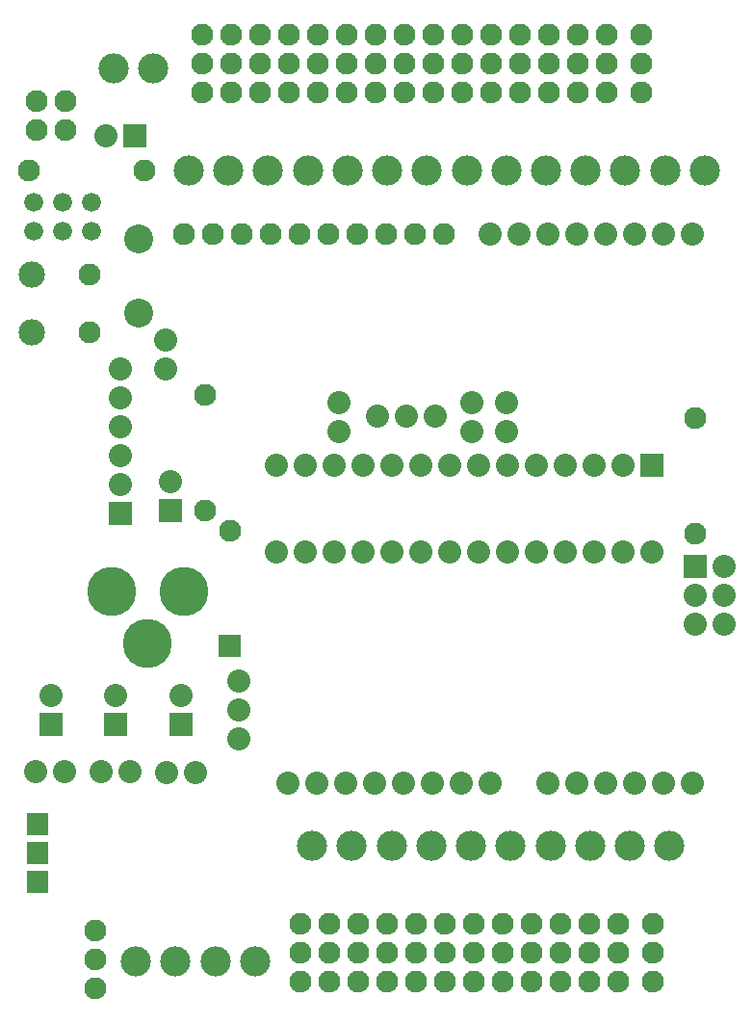
<source format=gbr>
G04 start of page 7 for group -4062 idx -4062 *
G04 Title: (unknown), soldermask *
G04 Creator: pcb 20110918 *
G04 CreationDate: Mon Jul 30 19:20:07 2012 UTC *
G04 For: frankenteddy *
G04 Format: Gerber/RS-274X *
G04 PCB-Dimensions: 259500 348500 *
G04 PCB-Coordinate-Origin: lower left *
%MOIN*%
%FSLAX25Y25*%
%LNBOTTOMMASK*%
%ADD67C,0.1700*%
%ADD66C,0.0001*%
%ADD65C,0.0660*%
%ADD64C,0.0910*%
%ADD63C,0.1044*%
%ADD62C,0.1000*%
%ADD61C,0.0800*%
%ADD60C,0.0760*%
G54D60*X154500Y269000D03*
X144500D03*
X134500D03*
G54D61*X58388Y232388D03*
Y222388D03*
G54D60*X71986Y213486D03*
G54D62*X49000Y241900D03*
G54D61*X176388Y210888D03*
Y200888D03*
X164388Y210888D03*
Y200888D03*
X118388Y210888D03*
Y200888D03*
X151500Y206000D03*
X131500D03*
X141500D03*
G54D60*X124500Y269000D03*
X114500D03*
X104500D03*
X94500D03*
X84500D03*
G54D63*X80000Y291000D03*
X66220D03*
G54D60*X51000D03*
X74500Y269000D03*
X64500D03*
G54D62*X49000Y267500D03*
G54D63*X107500Y291000D03*
X93720D03*
X135000D03*
X121220D03*
X148720D03*
X162500D03*
G54D64*X12000Y255000D03*
G54D60*X32000D03*
G54D65*X22500Y270000D03*
X32500D03*
X12500D03*
X32500Y280000D03*
G54D63*X40220Y326500D03*
G54D61*X37500Y303000D03*
G54D65*X22500Y280000D03*
X12500D03*
G54D60*X23500Y305000D03*
G54D66*G36*
X43500Y307000D02*Y299000D01*
X51500D01*
Y307000D01*
X43500D01*
G37*
G54D60*X23500Y315000D03*
X13500D03*
Y305000D03*
X11000Y291000D03*
G54D61*X170500Y79000D03*
X160500D03*
X150500D03*
X140500D03*
X130500D03*
X120500D03*
X110500D03*
G54D63*X164000Y57500D03*
X177780D03*
X136500D03*
X109000D03*
X122780D03*
X150280D03*
G54D61*X190500Y79000D03*
X200500D03*
G54D63*X191500Y57500D03*
G54D61*X230500Y79000D03*
G54D60*X227000Y30500D03*
Y20500D03*
Y10500D03*
G54D61*X240500Y79000D03*
X210500D03*
X220500D03*
G54D63*X205280Y57500D03*
X219000D03*
X232780D03*
G54D60*X215000Y10500D03*
X205000D03*
X195000D03*
X185000D03*
X175000D03*
X165000D03*
X155000D03*
X145000D03*
X135000D03*
X125000D03*
X115000D03*
X215000Y20500D03*
X205000D03*
X195000D03*
X185000D03*
X175000D03*
X165000D03*
X155000D03*
X145000D03*
X135000D03*
X125000D03*
X115000D03*
X215000Y30500D03*
X205000D03*
X195000D03*
X185000D03*
X175000D03*
X165000D03*
X155000D03*
X145000D03*
X135000D03*
X125000D03*
X115000D03*
G54D61*X100500Y79000D03*
X58612Y82888D03*
X68612D03*
X45888Y83112D03*
X35888D03*
X23388D03*
X13388D03*
G54D66*G36*
X10200Y68800D02*Y61200D01*
X17800D01*
Y68800D01*
X10200D01*
G37*
G36*
Y48800D02*Y41200D01*
X17800D01*
Y48800D01*
X10200D01*
G37*
G36*
Y58800D02*Y51200D01*
X17800D01*
Y58800D01*
X10200D01*
G37*
G54D60*X80500Y166500D03*
G54D66*G36*
X76700Y130300D02*Y122700D01*
X84300D01*
Y130300D01*
X76700D01*
G37*
G36*
X59500Y103500D02*Y95500D01*
X67500D01*
Y103500D01*
X59500D01*
G37*
G54D61*X63500Y109500D03*
X83500Y114500D03*
Y104500D03*
Y94500D03*
G54D60*X71986Y173486D03*
G54D66*G36*
X56000Y177500D02*Y169500D01*
X64000D01*
Y177500D01*
X56000D01*
G37*
G54D61*X60000Y183500D03*
X106500Y189000D03*
X96500D03*
Y159000D03*
X106500D03*
G54D67*X52000Y127500D03*
X64500Y145500D03*
X39500D03*
G54D66*G36*
X37000Y103500D02*Y95500D01*
X45000D01*
Y103500D01*
X37000D01*
G37*
G54D61*X41000Y109500D03*
G54D66*G36*
X14500Y103500D02*Y95500D01*
X22500D01*
Y103500D01*
X14500D01*
G37*
G54D61*X18500Y109500D03*
G54D66*G36*
X38500Y176500D02*Y168500D01*
X46500D01*
Y176500D01*
X38500D01*
G37*
G54D61*X42500Y182500D03*
Y192500D03*
Y202500D03*
Y212500D03*
Y222500D03*
G54D64*X12000Y235000D03*
G54D60*X32000D03*
X34000Y8000D03*
Y18000D03*
G54D63*X48000Y17500D03*
X61780D03*
G54D60*X34000Y28000D03*
G54D63*X75500Y17500D03*
X89280D03*
G54D60*X105000Y10500D03*
Y20500D03*
Y30500D03*
G54D63*X54000Y326500D03*
G54D60*X71000Y328000D03*
Y338000D03*
X81000D03*
Y328000D03*
X71000Y318000D03*
X81000D03*
X111000Y338000D03*
X121000D03*
X131000D03*
X141000D03*
X111000Y328000D03*
X121000D03*
X131000D03*
X91000Y338000D03*
X101000D03*
X91000Y328000D03*
X101000D03*
X91000Y318000D03*
X101000D03*
X111000D03*
X121000D03*
X131000D03*
X141000D03*
X151000D03*
X161000D03*
X171000D03*
X141000Y328000D03*
X151000D03*
X161000D03*
X171000D03*
X211000Y338000D03*
X201000D03*
X223000D03*
X211000Y328000D03*
Y318000D03*
X151000Y338000D03*
X161000D03*
X171000D03*
X181000D03*
X191000D03*
X181000Y328000D03*
X191000D03*
X201000D03*
X223000D03*
X181000Y318000D03*
X191000D03*
X201000D03*
X223000D03*
G54D61*X240500Y269000D03*
X230500D03*
X220500D03*
X210500D03*
X200500D03*
X190500D03*
X180500D03*
X170500D03*
G54D63*X190000Y291000D03*
X203700D03*
X176220D03*
X217480D03*
X244980D03*
X231200D03*
G54D66*G36*
X237500Y158000D02*Y150000D01*
X245500D01*
Y158000D01*
X237500D01*
G37*
G54D60*X241514Y165514D03*
Y205514D03*
G54D61*X251500Y154000D03*
Y144000D03*
Y134000D03*
X241500Y144000D03*
Y134000D03*
G54D66*G36*
X222500Y193000D02*Y185000D01*
X230500D01*
Y193000D01*
X222500D01*
G37*
G54D61*X226500Y159000D03*
X216500Y189000D03*
X206500D03*
X196500D03*
X186500D03*
X176500D03*
X166500D03*
X156500D03*
X146500D03*
X136500D03*
Y159000D03*
X126500Y189000D03*
Y159000D03*
X116500Y189000D03*
Y159000D03*
X146500D03*
X156500D03*
X166500D03*
X176500D03*
X186500D03*
X196500D03*
X206500D03*
X216500D03*
M02*

</source>
